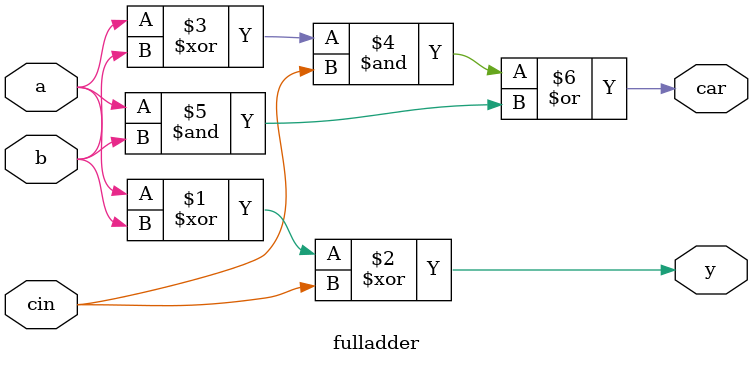
<source format=v>
module fulladder(y,car,a,b,cin);
input a,b,cin;
output y,car;
xor(y,a,b,cin);
assign car=((a^b)&cin)|(a&b);
endmodule

</source>
